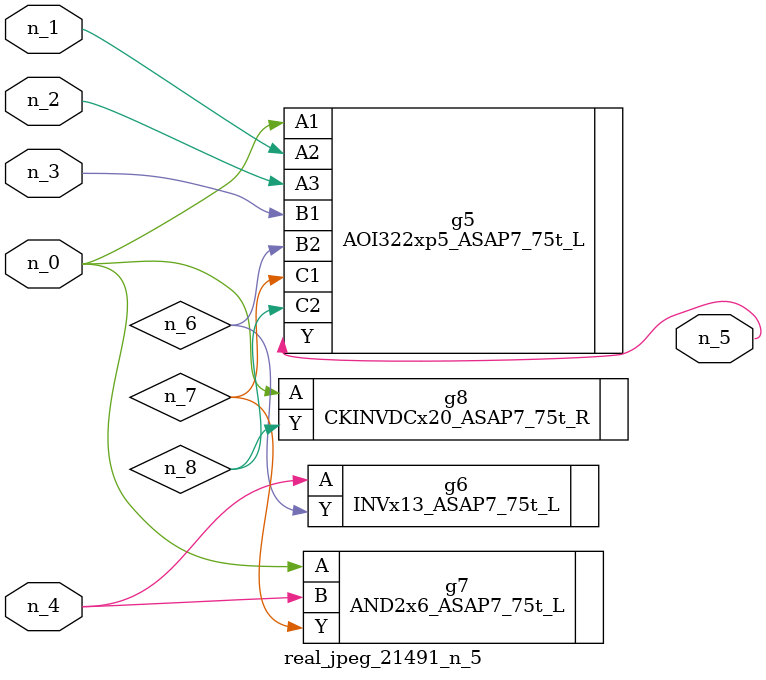
<source format=v>
module real_jpeg_21491_n_5 (n_4, n_0, n_1, n_2, n_3, n_5);

input n_4;
input n_0;
input n_1;
input n_2;
input n_3;

output n_5;

wire n_8;
wire n_6;
wire n_7;

AOI322xp5_ASAP7_75t_L g5 ( 
.A1(n_0),
.A2(n_1),
.A3(n_2),
.B1(n_3),
.B2(n_6),
.C1(n_7),
.C2(n_8),
.Y(n_5)
);

AND2x6_ASAP7_75t_L g7 ( 
.A(n_0),
.B(n_4),
.Y(n_7)
);

CKINVDCx20_ASAP7_75t_R g8 ( 
.A(n_0),
.Y(n_8)
);

INVx13_ASAP7_75t_L g6 ( 
.A(n_4),
.Y(n_6)
);


endmodule
</source>
